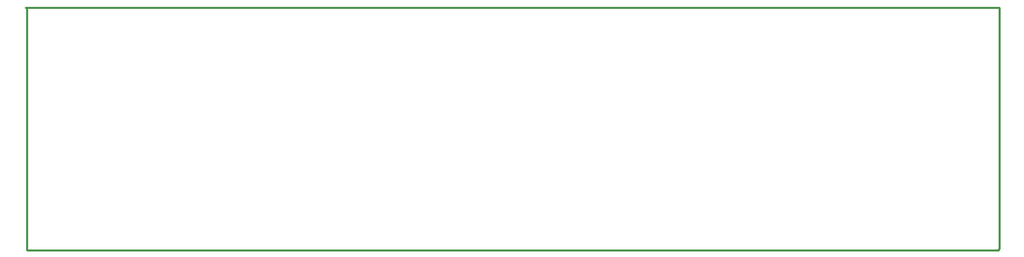
<source format=gm1>
%FSLAX44Y44*%
%MOMM*%
G71*
G01*
G75*
G04 Layer_Color=16711935*
%ADD10O,2.2000X0.6000*%
%ADD11R,0.9000X1.3000*%
%ADD12R,1.4000X0.6000*%
%ADD13R,1.3000X0.9000*%
%ADD14R,1.2500X1.5000*%
%ADD15R,0.6000X1.5000*%
%ADD16C,0.2540*%
%ADD17R,1.5000X1.5000*%
%ADD18C,1.5000*%
%ADD19C,4.7600*%
%ADD20R,1.6900X1.6900*%
%ADD21C,1.6900*%
%ADD22C,6.0000*%
%ADD23C,6.0000*%
%ADD24C,3.0000*%
%ADD25C,1.2700*%
%ADD26C,0.2500*%
%ADD27C,0.6000*%
%ADD28C,0.2000*%
%ADD29C,0.2540*%
%ADD30C,0.2032*%
%ADD31C,0.1500*%
%ADD32C,0.1016*%
%ADD33O,2.4032X0.8032*%
%ADD34R,1.1032X1.5032*%
%ADD35R,1.5032X1.1032*%
%ADD36R,1.4532X1.7032*%
%ADD37R,0.8032X1.7032*%
%ADD38R,1.7032X1.7032*%
%ADD39C,1.7032*%
%ADD40C,4.9632*%
%ADD41R,1.8932X1.8932*%
%ADD42C,1.8932*%
%ADD43C,6.2032*%
%ADD44C,6.2032*%
%ADD45C,3.2032*%
%ADD46C,1.4732*%
%ADD47C,0.1524*%
D16*
Y299720D02*
X1200150D01*
Y1270D02*
Y299720D01*
X1198880Y0D02*
X1200150Y1270D01*
X1270Y0D02*
X1198880D01*
X1270D02*
Y298450D01*
X0Y299720D02*
X1270Y298450D01*
M02*

</source>
